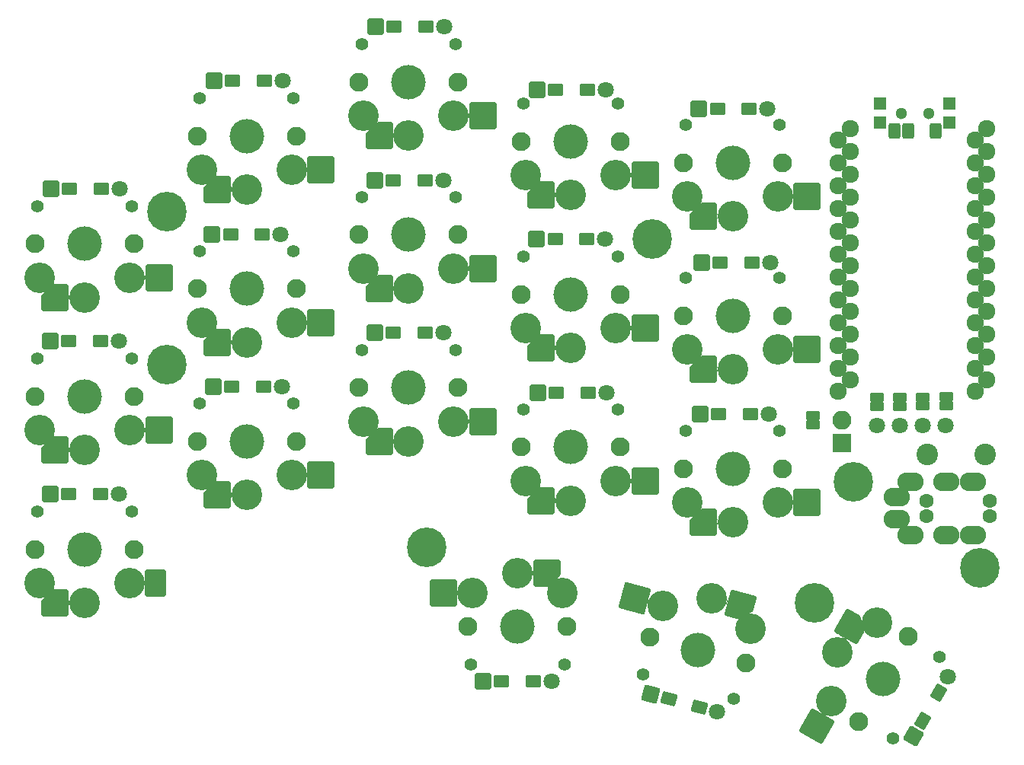
<source format=gts>
G04 #@! TF.GenerationSoftware,KiCad,Pcbnew,(6.0.0)*
G04 #@! TF.CreationDate,2022-01-23T19:36:19+05:00*
G04 #@! TF.ProjectId,chocofi,63686f63-6f66-4692-9e6b-696361645f70,2.1*
G04 #@! TF.SameCoordinates,Original*
G04 #@! TF.FileFunction,Soldermask,Top*
G04 #@! TF.FilePolarity,Negative*
%FSLAX46Y46*%
G04 Gerber Fmt 4.6, Leading zero omitted, Abs format (unit mm)*
G04 Created by KiCad (PCBNEW (6.0.0)) date 2022-01-23 19:36:19*
%MOMM*%
%LPD*%
G01*
G04 APERTURE LIST*
G04 Aperture macros list*
%AMRoundRect*
0 Rectangle with rounded corners*
0 $1 Rounding radius*
0 $2 $3 $4 $5 $6 $7 $8 $9 X,Y pos of 4 corners*
0 Add a 4 corners polygon primitive as box body*
4,1,4,$2,$3,$4,$5,$6,$7,$8,$9,$2,$3,0*
0 Add four circle primitives for the rounded corners*
1,1,$1+$1,$2,$3*
1,1,$1+$1,$4,$5*
1,1,$1+$1,$6,$7*
1,1,$1+$1,$8,$9*
0 Add four rect primitives between the rounded corners*
20,1,$1+$1,$2,$3,$4,$5,0*
20,1,$1+$1,$4,$5,$6,$7,0*
20,1,$1+$1,$6,$7,$8,$9,0*
20,1,$1+$1,$8,$9,$2,$3,0*%
%AMFreePoly0*
4,1,22,1.386777,1.480194,1.456366,1.424698,1.494986,1.344504,1.500000,1.300000,1.500000,-1.300000,1.480194,-1.386777,1.424698,-1.456366,1.344504,-1.494986,1.300000,-1.500000,-1.300000,-1.500000,-1.386777,-1.480194,-1.456366,-1.424698,-1.494986,-1.344504,-1.500000,-1.300000,-1.500000,0.130000,-1.480194,0.216777,-1.441421,0.271421,-0.271421,1.441421,-0.196056,1.488777,-0.130000,1.500000,
1.300000,1.500000,1.386777,1.480194,1.386777,1.480194,$1*%
G04 Aperture macros list end*
%ADD10O,2.100000X2.100000*%
%ADD11RoundRect,0.200000X0.850000X0.850000X-0.850000X0.850000X-0.850000X-0.850000X0.850000X-0.850000X0*%
%ADD12RoundRect,0.200000X-0.571500X0.317500X-0.571500X-0.317500X0.571500X-0.317500X0.571500X0.317500X0*%
%ADD13C,1.300000*%
%ADD14RoundRect,0.200000X0.450000X0.650000X-0.450000X0.650000X-0.450000X-0.650000X0.450000X-0.650000X0*%
%ADD15RoundRect,0.200000X0.500000X0.500000X-0.500000X0.500000X-0.500000X-0.500000X0.500000X-0.500000X0*%
%ADD16RoundRect,0.200000X-0.698500X-0.698500X0.698500X-0.698500X0.698500X0.698500X-0.698500X0.698500X0*%
%ADD17RoundRect,0.200000X-0.650000X-0.475000X0.650000X-0.475000X0.650000X0.475000X-0.650000X0.475000X0*%
%ADD18C,1.797000*%
%ADD19RoundRect,0.200000X-0.750791X-0.290582X0.504913X-0.627047X0.750791X0.290582X-0.504913X0.627047X0*%
%ADD20RoundRect,0.200000X-0.855484X-0.493914X0.493914X-0.855484X0.855484X0.493914X-0.493914X0.855484X0*%
%ADD21RoundRect,0.200000X0.255669X-0.954169X0.954169X0.255669X-0.255669X0.954169X-0.954169X-0.255669X0*%
%ADD22RoundRect,0.200000X0.086362X-0.800417X0.736362X0.325417X-0.086362X0.800417X-0.736362X-0.325417X0*%
%ADD23C,1.600000*%
%ADD24O,2.900000X2.100000*%
%ADD25C,2.101800*%
%ADD26C,3.829000*%
%ADD27C,3.400000*%
%ADD28C,1.390600*%
%ADD29FreePoly0,0.000000*%
%ADD30RoundRect,0.200000X-1.300000X-1.300000X1.300000X-1.300000X1.300000X1.300000X-1.300000X1.300000X0*%
%ADD31RoundRect,0.200000X-0.950000X-1.300000X0.950000X-1.300000X0.950000X1.300000X-0.950000X1.300000X0*%
%ADD32FreePoly0,180.000000*%
%ADD33RoundRect,0.200000X1.300000X1.300000X-1.300000X1.300000X-1.300000X-1.300000X1.300000X-1.300000X0*%
%ADD34FreePoly0,165.000000*%
%ADD35RoundRect,0.200000X1.592168X0.919239X-0.919239X1.592168X-1.592168X-0.919239X0.919239X-1.592168X0*%
%ADD36FreePoly0,240.000000*%
%ADD37RoundRect,0.200000X-0.475833X1.775833X-1.775833X-0.475833X0.475833X-1.775833X1.775833X0.475833X0*%
%ADD38C,1.924000*%
%ADD39C,2.400000*%
%ADD40C,4.400000*%
G04 APERTURE END LIST*
D10*
X170053000Y-90043000D03*
D11*
X170053000Y-92583000D03*
D12*
X166878000Y-89542620D03*
X166878000Y-90543380D03*
D13*
X176681000Y-55880000D03*
X179681000Y-55880000D03*
D14*
X180431000Y-57880000D03*
X177431000Y-57880000D03*
X175931000Y-57880000D03*
D15*
X182031000Y-54830000D03*
X182031000Y-56930000D03*
X174331000Y-54830000D03*
X174331000Y-56930000D03*
D16*
X82194400Y-64312800D03*
D17*
X84229400Y-64312800D03*
D18*
X89814400Y-64312800D03*
D17*
X87779400Y-64312800D03*
D16*
X100279200Y-52273200D03*
D17*
X102314200Y-52273200D03*
X105864200Y-52273200D03*
D18*
X107899200Y-52273200D03*
D16*
X118262400Y-46228000D03*
D17*
X120297400Y-46228000D03*
D18*
X125882400Y-46228000D03*
D17*
X123847400Y-46228000D03*
X138229800Y-53289200D03*
D16*
X136194800Y-53289200D03*
D18*
X143814800Y-53289200D03*
D17*
X141779800Y-53289200D03*
X156213000Y-55422800D03*
D16*
X154178000Y-55422800D03*
D17*
X159763000Y-55422800D03*
D18*
X161798000Y-55422800D03*
D16*
X82092800Y-81229200D03*
D17*
X84127800Y-81229200D03*
D18*
X89712800Y-81229200D03*
D17*
X87677800Y-81229200D03*
D16*
X100076000Y-69342000D03*
D17*
X102111000Y-69342000D03*
D18*
X107696000Y-69342000D03*
D17*
X105661000Y-69342000D03*
D16*
X118160800Y-63347600D03*
D17*
X120195800Y-63347600D03*
X123745800Y-63347600D03*
D18*
X125780800Y-63347600D03*
D16*
X136144000Y-69900800D03*
D17*
X138179000Y-69900800D03*
D18*
X143764000Y-69900800D03*
D17*
X141729000Y-69900800D03*
D16*
X154482800Y-72491600D03*
D17*
X156517800Y-72491600D03*
D18*
X162102800Y-72491600D03*
D17*
X160067800Y-72491600D03*
D16*
X82092800Y-98247200D03*
D17*
X84127800Y-98247200D03*
D18*
X89712800Y-98247200D03*
D17*
X87677800Y-98247200D03*
D16*
X100177600Y-86309200D03*
D17*
X102212600Y-86309200D03*
X105762600Y-86309200D03*
D18*
X107797600Y-86309200D03*
D17*
X120195800Y-80314800D03*
D16*
X118160800Y-80314800D03*
D17*
X123745800Y-80314800D03*
D18*
X125780800Y-80314800D03*
D16*
X136245600Y-86969600D03*
D17*
X138280600Y-86969600D03*
X141830600Y-86969600D03*
D18*
X143865600Y-86969600D03*
D17*
X156314600Y-89357200D03*
D16*
X154279600Y-89357200D03*
D18*
X161899600Y-89357200D03*
D17*
X159864600Y-89357200D03*
D16*
X130149600Y-119075200D03*
D17*
X132184600Y-119075200D03*
X135734600Y-119075200D03*
D18*
X137769600Y-119075200D03*
D19*
X150799764Y-121001192D03*
D20*
X148834105Y-120474495D03*
D18*
X156194459Y-122446697D03*
D19*
X154228800Y-121920000D03*
D21*
X178053166Y-125194992D03*
D22*
X179070666Y-123432630D03*
X180845666Y-120358240D03*
D18*
X181863166Y-118595878D03*
D23*
X186460000Y-98961000D03*
X179460000Y-98961000D03*
X186460000Y-100711000D03*
X179460000Y-100711000D03*
D24*
X176160000Y-101061000D03*
X176160000Y-98611000D03*
X184660000Y-102811000D03*
X184660000Y-96861000D03*
X181660000Y-96861000D03*
X181660000Y-102811000D03*
X177660000Y-96861000D03*
X177660000Y-102811000D03*
D25*
X91410000Y-70400000D03*
D26*
X85910000Y-70400000D03*
D27*
X80910000Y-74150000D03*
D28*
X91130000Y-66200000D03*
D27*
X85910000Y-76350000D03*
D28*
X80690000Y-66200000D03*
D25*
X80410000Y-70400000D03*
D27*
X90910000Y-74150000D03*
D29*
X82635000Y-76350000D03*
D30*
X94185000Y-74150000D03*
D28*
X98690000Y-54200000D03*
D25*
X109410000Y-58400000D03*
D27*
X103910000Y-64350000D03*
D28*
X109130000Y-54200000D03*
D27*
X98910000Y-62150000D03*
D26*
X103910000Y-58400000D03*
D27*
X108910000Y-62150000D03*
D25*
X98410000Y-58400000D03*
D29*
X100635000Y-64350000D03*
D30*
X112185000Y-62150000D03*
D26*
X121910000Y-52400000D03*
D25*
X116410000Y-52400000D03*
D28*
X127130000Y-48200000D03*
D27*
X121910000Y-58350000D03*
X116910000Y-56150000D03*
D28*
X116690000Y-48200000D03*
D25*
X127410000Y-52400000D03*
D27*
X126910000Y-56150000D03*
D29*
X118635000Y-58350000D03*
D30*
X130185000Y-56150000D03*
D25*
X145410000Y-59020000D03*
D27*
X134910000Y-62770000D03*
X139910000Y-64970000D03*
D28*
X134690000Y-54820000D03*
D26*
X139910000Y-59020000D03*
D28*
X145130000Y-54820000D03*
D25*
X134410000Y-59020000D03*
D27*
X144910000Y-62770000D03*
D29*
X136635000Y-64970000D03*
D30*
X148185000Y-62770000D03*
D27*
X152910000Y-65150000D03*
X157910000Y-67350000D03*
D28*
X152690000Y-57200000D03*
D26*
X157910000Y-61400000D03*
D25*
X152410000Y-61400000D03*
X163410000Y-61400000D03*
D27*
X162910000Y-65150000D03*
D28*
X163130000Y-57200000D03*
D29*
X154635000Y-67350000D03*
D30*
X166185000Y-65150000D03*
D27*
X90910000Y-91150000D03*
D25*
X91410000Y-87400000D03*
X80410000Y-87400000D03*
D27*
X80910000Y-91150000D03*
D28*
X80690000Y-83200000D03*
D27*
X85910000Y-93350000D03*
D28*
X91130000Y-83200000D03*
D26*
X85910000Y-87400000D03*
D29*
X82635000Y-93350000D03*
D30*
X94185000Y-91150000D03*
D25*
X98410000Y-75400000D03*
D28*
X109130000Y-71200000D03*
D26*
X103910000Y-75400000D03*
D25*
X109410000Y-75400000D03*
D27*
X108910000Y-79150000D03*
X98910000Y-79150000D03*
X103910000Y-81350000D03*
D28*
X98690000Y-71200000D03*
D29*
X100635000Y-81350000D03*
D30*
X112185000Y-79150000D03*
D27*
X121910000Y-75350000D03*
D25*
X116410000Y-69400000D03*
D28*
X127130000Y-65200000D03*
D25*
X127410000Y-69400000D03*
D28*
X116690000Y-65200000D03*
D26*
X121910000Y-69400000D03*
D27*
X116910000Y-73150000D03*
X126910000Y-73150000D03*
D29*
X118635000Y-75350000D03*
D30*
X130185000Y-73150000D03*
D27*
X134910000Y-79770000D03*
D28*
X134690000Y-71820000D03*
D27*
X144910000Y-79770000D03*
X139910000Y-81970000D03*
D25*
X134410000Y-76020000D03*
D26*
X139910000Y-76020000D03*
D25*
X145410000Y-76020000D03*
D28*
X145130000Y-71820000D03*
D29*
X136635000Y-81970000D03*
D30*
X148185000Y-79770000D03*
D25*
X163410000Y-78400000D03*
D27*
X162910000Y-82150000D03*
D25*
X152410000Y-78400000D03*
D28*
X152690000Y-74200000D03*
X163130000Y-74200000D03*
D27*
X157910000Y-84350000D03*
D26*
X157910000Y-78400000D03*
D27*
X152910000Y-82150000D03*
D29*
X154635000Y-84350000D03*
D30*
X166185000Y-82150000D03*
D28*
X91130000Y-100200000D03*
X80690000Y-100200000D03*
D27*
X90910000Y-108150000D03*
D25*
X91410000Y-104400000D03*
X80410000Y-104400000D03*
D26*
X85910000Y-104400000D03*
D27*
X80910000Y-108150000D03*
X85910000Y-110350000D03*
D29*
X82635000Y-110350000D03*
D31*
X93810000Y-108150000D03*
D27*
X103910000Y-98350000D03*
X98910000Y-96150000D03*
D28*
X98690000Y-88200000D03*
D25*
X109410000Y-92400000D03*
D27*
X108910000Y-96150000D03*
D25*
X98410000Y-92400000D03*
D28*
X109130000Y-88200000D03*
D26*
X103910000Y-92400000D03*
D29*
X100635000Y-98350000D03*
D30*
X112185000Y-96150000D03*
D26*
X121910000Y-86400000D03*
D27*
X116910000Y-90150000D03*
D28*
X116690000Y-82200000D03*
D27*
X126910000Y-90150000D03*
D25*
X127410000Y-86400000D03*
D28*
X127130000Y-82200000D03*
D25*
X116410000Y-86400000D03*
D27*
X121910000Y-92350000D03*
D29*
X118635000Y-92350000D03*
D30*
X130185000Y-90150000D03*
D28*
X145130000Y-88825000D03*
X134690000Y-88825000D03*
D25*
X134410000Y-93025000D03*
D27*
X139910000Y-98975000D03*
D25*
X145410000Y-93025000D03*
D27*
X134910000Y-96775000D03*
D26*
X139910000Y-93025000D03*
D27*
X144910000Y-96775000D03*
D29*
X136635000Y-98975000D03*
D30*
X148185000Y-96775000D03*
D27*
X157910000Y-101350000D03*
D26*
X157910000Y-95400000D03*
D25*
X163410000Y-95400000D03*
D27*
X152910000Y-99150000D03*
D28*
X152690000Y-91200000D03*
D27*
X162910000Y-99150000D03*
D25*
X152410000Y-95400000D03*
D28*
X163130000Y-91200000D03*
D29*
X154635000Y-101350000D03*
D30*
X166185000Y-99150000D03*
D28*
X139230000Y-117190000D03*
D27*
X134010000Y-107040000D03*
D25*
X128510000Y-112990000D03*
D27*
X139010000Y-109240000D03*
D26*
X134010000Y-112990000D03*
D25*
X139510000Y-112990000D03*
D27*
X129010000Y-109240000D03*
D28*
X128790000Y-117190000D03*
D32*
X137285000Y-107040000D03*
D33*
X125735000Y-109240000D03*
D28*
X158015093Y-120987924D03*
D27*
X155599973Y-109832741D03*
X150200942Y-110663683D03*
D26*
X154060000Y-115580000D03*
D27*
X159860201Y-113251873D03*
D25*
X148747408Y-114156495D03*
D28*
X147930827Y-118285853D03*
D25*
X159372592Y-117003505D03*
D34*
X158763380Y-110680374D03*
D35*
X147037535Y-109816051D03*
D27*
X173912405Y-112584873D03*
X169507149Y-115815000D03*
D28*
X180907307Y-116369347D03*
D25*
X171910000Y-123553140D03*
X177410000Y-114026860D03*
D27*
X168912405Y-121245127D03*
D26*
X174660000Y-118790000D03*
D28*
X175687307Y-125410653D03*
D36*
X171144649Y-112978767D03*
D37*
X167274905Y-124081360D03*
D38*
X169620000Y-58870400D03*
X186166400Y-57600400D03*
X186166400Y-60140400D03*
X169620000Y-61410400D03*
X186166400Y-62680400D03*
X169620000Y-63950400D03*
X186166400Y-65220400D03*
X169620000Y-66490400D03*
X169620000Y-69030400D03*
X186166400Y-67760400D03*
X169620000Y-71570400D03*
X186166400Y-70300400D03*
X169620000Y-74110400D03*
X186166400Y-72840400D03*
X169620000Y-76650400D03*
X186166400Y-75380400D03*
X186166400Y-77920400D03*
X169620000Y-79190400D03*
X186166400Y-80460400D03*
X169620000Y-81730400D03*
X186166400Y-83000400D03*
X169620000Y-84270400D03*
X186166400Y-85540400D03*
X169620000Y-86810400D03*
X170946400Y-85540400D03*
X184860000Y-86810400D03*
X170946400Y-83000400D03*
X184860000Y-84270400D03*
X184860000Y-81730400D03*
X170946400Y-80460400D03*
X184860000Y-79190400D03*
X170946400Y-77920400D03*
X184860000Y-76650400D03*
X170946400Y-75380400D03*
X184860000Y-74110400D03*
X170946400Y-72840400D03*
X184860000Y-71570400D03*
X170946400Y-70300400D03*
X170946400Y-67760400D03*
X184860000Y-69030400D03*
X184860000Y-66490400D03*
X170946400Y-65220400D03*
X184860000Y-63950400D03*
X170946400Y-62680400D03*
X170946400Y-60140400D03*
X184860000Y-61410400D03*
X184860000Y-58870400D03*
X170946400Y-57600400D03*
D12*
X179070000Y-87448020D03*
X179070000Y-88448780D03*
D18*
X173930000Y-90608400D03*
X176470000Y-90608400D03*
X179010000Y-90608400D03*
X181550000Y-90608400D03*
D12*
X176470000Y-87468020D03*
X176470000Y-88468780D03*
X173930000Y-87498020D03*
X173930000Y-88498780D03*
X181640000Y-87438420D03*
X181640000Y-88439180D03*
D39*
X186003000Y-93853000D03*
X179503000Y-93853000D03*
D40*
X171323000Y-96901000D03*
X185420000Y-106426000D03*
X95000000Y-66802000D03*
X148971000Y-69850000D03*
X123952000Y-104140000D03*
X167005000Y-110363000D03*
X95000000Y-83820000D03*
G36*
X167783426Y-122640594D02*
G01*
X167820150Y-122645429D01*
X167849195Y-122623141D01*
X167853982Y-122586782D01*
X167835918Y-122560375D01*
X167835766Y-122558381D01*
X167837416Y-122557252D01*
X167838752Y-122557633D01*
X168012607Y-122685110D01*
X168235333Y-122802291D01*
X168300968Y-122825211D01*
X168302274Y-122826726D01*
X168301615Y-122828614D01*
X168300422Y-122829096D01*
X168263401Y-122831198D01*
X168239024Y-122858512D01*
X168241105Y-122895171D01*
X168260446Y-122916001D01*
X169147471Y-123428125D01*
X169147720Y-123428295D01*
X169147725Y-123428299D01*
X169148453Y-123430162D01*
X169147204Y-123431724D01*
X169145476Y-123431593D01*
X167370439Y-122406775D01*
X167369439Y-122405043D01*
X167370439Y-122403311D01*
X167372439Y-122403311D01*
X167783426Y-122640594D01*
G37*
G36*
X169274078Y-113628534D02*
G01*
X171068883Y-114664765D01*
X171069883Y-114666497D01*
X171068883Y-114668229D01*
X171066883Y-114668229D01*
X170643775Y-114423948D01*
X170607051Y-114419113D01*
X170578006Y-114441401D01*
X170573210Y-114477829D01*
X170586632Y-114500277D01*
X170586662Y-114502276D01*
X170584946Y-114503303D01*
X170583545Y-114502760D01*
X170575731Y-114495410D01*
X170368950Y-114351960D01*
X170143228Y-114240646D01*
X170111453Y-114230475D01*
X170110109Y-114228994D01*
X170110718Y-114227090D01*
X170111897Y-114226577D01*
X170148849Y-114223507D01*
X170172504Y-114195565D01*
X170169462Y-114158958D01*
X170150696Y-114139269D01*
X169272083Y-113632002D01*
X169271834Y-113631832D01*
X169271829Y-113631828D01*
X169271101Y-113629965D01*
X169272350Y-113628403D01*
X169274078Y-113628534D01*
G37*
G36*
X84136848Y-110061130D02*
G01*
X84151174Y-110095717D01*
X84184998Y-110109727D01*
X84218876Y-110095695D01*
X84232764Y-110066412D01*
X84234410Y-110065276D01*
X84236217Y-110066133D01*
X84236561Y-110067469D01*
X84212588Y-110305550D01*
X84224663Y-110556933D01*
X84235800Y-110612923D01*
X84235157Y-110614817D01*
X84233195Y-110615207D01*
X84232175Y-110614424D01*
X84211575Y-110583592D01*
X84175667Y-110576450D01*
X84145132Y-110596852D01*
X84136914Y-110623946D01*
X84135454Y-110625313D01*
X84133540Y-110624732D01*
X84133000Y-110623365D01*
X84133000Y-110061895D01*
X84134000Y-110060163D01*
X84136000Y-110060163D01*
X84136848Y-110061130D01*
G37*
G36*
X157392024Y-110006652D02*
G01*
X157392542Y-110008584D01*
X157247805Y-110548751D01*
X157246391Y-110550165D01*
X157244459Y-110549647D01*
X157243890Y-110548494D01*
X157239003Y-110511375D01*
X157209958Y-110489088D01*
X157173568Y-110493879D01*
X157153774Y-110515766D01*
X157151871Y-110516379D01*
X157150388Y-110515038D01*
X157150467Y-110513603D01*
X157195566Y-110413488D01*
X157263880Y-110171265D01*
X157283690Y-110015541D01*
X157284901Y-110013949D01*
X157286885Y-110014201D01*
X157287604Y-110015267D01*
X157297357Y-110051042D01*
X157329141Y-110069207D01*
X157364539Y-110059557D01*
X157381627Y-110033863D01*
X157388678Y-110007548D01*
X157390092Y-110006134D01*
X157392024Y-110006652D01*
G37*
G36*
X148556821Y-109945416D02*
G01*
X148557390Y-109946569D01*
X148562277Y-109983688D01*
X148591322Y-110005975D01*
X148627697Y-110001186D01*
X148648026Y-109978107D01*
X148649921Y-109977468D01*
X148651422Y-109978790D01*
X148651371Y-109980202D01*
X148590693Y-110124901D01*
X148528744Y-110368826D01*
X148517733Y-110478179D01*
X148516564Y-110479803D01*
X148514574Y-110479602D01*
X148513828Y-110478555D01*
X148503142Y-110443046D01*
X148470890Y-110425718D01*
X148435745Y-110436295D01*
X148419485Y-110461455D01*
X148417705Y-110462366D01*
X148416025Y-110461281D01*
X148415873Y-110459851D01*
X148553475Y-109946312D01*
X148554889Y-109944898D01*
X148556821Y-109945416D01*
G37*
G36*
X127236848Y-108951130D02*
G01*
X127251174Y-108985717D01*
X127284998Y-108999727D01*
X127318876Y-108985695D01*
X127332764Y-108956412D01*
X127334410Y-108955276D01*
X127336217Y-108956133D01*
X127336561Y-108957469D01*
X127312588Y-109195550D01*
X127324663Y-109446933D01*
X127335800Y-109502923D01*
X127335157Y-109504817D01*
X127333195Y-109505207D01*
X127332175Y-109504424D01*
X127311575Y-109473592D01*
X127275667Y-109466450D01*
X127245132Y-109486852D01*
X127236914Y-109513946D01*
X127235454Y-109515313D01*
X127233540Y-109514732D01*
X127233000Y-109513365D01*
X127233000Y-108951895D01*
X127234000Y-108950163D01*
X127236000Y-108950163D01*
X127236848Y-108951130D01*
G37*
G36*
X92661442Y-107753941D02*
G01*
X92662000Y-107755327D01*
X92662000Y-108551601D01*
X92661000Y-108553333D01*
X92659000Y-108553333D01*
X92658152Y-108552366D01*
X92643826Y-108517779D01*
X92610002Y-108503769D01*
X92576032Y-108517839D01*
X92563880Y-108538573D01*
X92562142Y-108539562D01*
X92560416Y-108538551D01*
X92560230Y-108537019D01*
X92573907Y-108488524D01*
X92605674Y-108238816D01*
X92607998Y-108150056D01*
X92589343Y-107899019D01*
X92559492Y-107767097D01*
X92560085Y-107765187D01*
X92562036Y-107764746D01*
X92563076Y-107765502D01*
X92584476Y-107795782D01*
X92620559Y-107801982D01*
X92650561Y-107780778D01*
X92658079Y-107754772D01*
X92659520Y-107753385D01*
X92661442Y-107753941D01*
G37*
G36*
X135786442Y-106754424D02*
G01*
X135787000Y-106755810D01*
X135787000Y-107309229D01*
X135786000Y-107310961D01*
X135784000Y-107310961D01*
X135783152Y-107309994D01*
X135768826Y-107275407D01*
X135735002Y-107261397D01*
X135701111Y-107275435D01*
X135687385Y-107303422D01*
X135685724Y-107304536D01*
X135683928Y-107303656D01*
X135683605Y-107302289D01*
X135705674Y-107128816D01*
X135707998Y-107040056D01*
X135689343Y-106789019D01*
X135684492Y-106767580D01*
X135685085Y-106765670D01*
X135687036Y-106765229D01*
X135688076Y-106765985D01*
X135709476Y-106796265D01*
X135745559Y-106802465D01*
X135775561Y-106781261D01*
X135783079Y-106755255D01*
X135784520Y-106753868D01*
X135786442Y-106754424D01*
G37*
G36*
X156136848Y-101061130D02*
G01*
X156151174Y-101095717D01*
X156184998Y-101109727D01*
X156218876Y-101095695D01*
X156232764Y-101066412D01*
X156234410Y-101065276D01*
X156236217Y-101066133D01*
X156236561Y-101067469D01*
X156212588Y-101305550D01*
X156224663Y-101556933D01*
X156235800Y-101612923D01*
X156235157Y-101614817D01*
X156233195Y-101615207D01*
X156232175Y-101614424D01*
X156211575Y-101583592D01*
X156175667Y-101576450D01*
X156145132Y-101596852D01*
X156136914Y-101623946D01*
X156135454Y-101625313D01*
X156133540Y-101624732D01*
X156133000Y-101623365D01*
X156133000Y-101061895D01*
X156134000Y-101060163D01*
X156136000Y-101060163D01*
X156136848Y-101061130D01*
G37*
G36*
X164686442Y-98864424D02*
G01*
X164687000Y-98865810D01*
X164687000Y-99419229D01*
X164686000Y-99420961D01*
X164684000Y-99420961D01*
X164683152Y-99419994D01*
X164668826Y-99385407D01*
X164635002Y-99371397D01*
X164601111Y-99385435D01*
X164587385Y-99413422D01*
X164585724Y-99414536D01*
X164583928Y-99413656D01*
X164583605Y-99412289D01*
X164605674Y-99238816D01*
X164607998Y-99150056D01*
X164589343Y-98899019D01*
X164584492Y-98877580D01*
X164585085Y-98875670D01*
X164587036Y-98875229D01*
X164588076Y-98875985D01*
X164609476Y-98906265D01*
X164645559Y-98912465D01*
X164675561Y-98891261D01*
X164683079Y-98865255D01*
X164684520Y-98863868D01*
X164686442Y-98864424D01*
G37*
G36*
X138136848Y-98686130D02*
G01*
X138151174Y-98720717D01*
X138184998Y-98734727D01*
X138218876Y-98720695D01*
X138232764Y-98691412D01*
X138234410Y-98690276D01*
X138236217Y-98691133D01*
X138236561Y-98692469D01*
X138212588Y-98930550D01*
X138224663Y-99181933D01*
X138235800Y-99237923D01*
X138235157Y-99239817D01*
X138233195Y-99240207D01*
X138232175Y-99239424D01*
X138211575Y-99208592D01*
X138175667Y-99201450D01*
X138145132Y-99221852D01*
X138136914Y-99248946D01*
X138135454Y-99250313D01*
X138133540Y-99249732D01*
X138133000Y-99248365D01*
X138133000Y-98686895D01*
X138134000Y-98685163D01*
X138136000Y-98685163D01*
X138136848Y-98686130D01*
G37*
G36*
X102136848Y-98061130D02*
G01*
X102151174Y-98095717D01*
X102184998Y-98109727D01*
X102218876Y-98095695D01*
X102232764Y-98066412D01*
X102234410Y-98065276D01*
X102236217Y-98066133D01*
X102236561Y-98067469D01*
X102212588Y-98305550D01*
X102224663Y-98556933D01*
X102235800Y-98612923D01*
X102235157Y-98614817D01*
X102233195Y-98615207D01*
X102232175Y-98614424D01*
X102211575Y-98583592D01*
X102175667Y-98576450D01*
X102145132Y-98596852D01*
X102136914Y-98623946D01*
X102135454Y-98625313D01*
X102133540Y-98624732D01*
X102133000Y-98623365D01*
X102133000Y-98061895D01*
X102134000Y-98060163D01*
X102136000Y-98060163D01*
X102136848Y-98061130D01*
G37*
G36*
X146686442Y-96489424D02*
G01*
X146687000Y-96490810D01*
X146687000Y-97044229D01*
X146686000Y-97045961D01*
X146684000Y-97045961D01*
X146683152Y-97044994D01*
X146668826Y-97010407D01*
X146635002Y-96996397D01*
X146601111Y-97010435D01*
X146587385Y-97038422D01*
X146585724Y-97039536D01*
X146583928Y-97038656D01*
X146583605Y-97037289D01*
X146605674Y-96863816D01*
X146607998Y-96775056D01*
X146589343Y-96524019D01*
X146584492Y-96502580D01*
X146585085Y-96500670D01*
X146587036Y-96500229D01*
X146588076Y-96500985D01*
X146609476Y-96531265D01*
X146645559Y-96537465D01*
X146675561Y-96516261D01*
X146683079Y-96490255D01*
X146684520Y-96488868D01*
X146686442Y-96489424D01*
G37*
G36*
X110686442Y-95864424D02*
G01*
X110687000Y-95865810D01*
X110687000Y-96419229D01*
X110686000Y-96420961D01*
X110684000Y-96420961D01*
X110683152Y-96419994D01*
X110668826Y-96385407D01*
X110635002Y-96371397D01*
X110601111Y-96385435D01*
X110587385Y-96413422D01*
X110585724Y-96414536D01*
X110583928Y-96413656D01*
X110583605Y-96412289D01*
X110605674Y-96238816D01*
X110607998Y-96150056D01*
X110589343Y-95899019D01*
X110584492Y-95877580D01*
X110585085Y-95875670D01*
X110587036Y-95875229D01*
X110588076Y-95875985D01*
X110609476Y-95906265D01*
X110645559Y-95912465D01*
X110675561Y-95891261D01*
X110683079Y-95865255D01*
X110684520Y-95863868D01*
X110686442Y-95864424D01*
G37*
G36*
X84136848Y-93061130D02*
G01*
X84151174Y-93095717D01*
X84184998Y-93109727D01*
X84218876Y-93095695D01*
X84232764Y-93066412D01*
X84234410Y-93065276D01*
X84236217Y-93066133D01*
X84236561Y-93067469D01*
X84212588Y-93305550D01*
X84224663Y-93556933D01*
X84235800Y-93612923D01*
X84235157Y-93614817D01*
X84233195Y-93615207D01*
X84232175Y-93614424D01*
X84211575Y-93583592D01*
X84175667Y-93576450D01*
X84145132Y-93596852D01*
X84136914Y-93623946D01*
X84135454Y-93625313D01*
X84133540Y-93624732D01*
X84133000Y-93623365D01*
X84133000Y-93061895D01*
X84134000Y-93060163D01*
X84136000Y-93060163D01*
X84136848Y-93061130D01*
G37*
G36*
X120136848Y-92061130D02*
G01*
X120151174Y-92095717D01*
X120184998Y-92109727D01*
X120218876Y-92095695D01*
X120232764Y-92066412D01*
X120234410Y-92065276D01*
X120236217Y-92066133D01*
X120236561Y-92067469D01*
X120212588Y-92305550D01*
X120224663Y-92556933D01*
X120235800Y-92612923D01*
X120235157Y-92614817D01*
X120233195Y-92615207D01*
X120232175Y-92614424D01*
X120211575Y-92583592D01*
X120175667Y-92576450D01*
X120145132Y-92596852D01*
X120136914Y-92623946D01*
X120135454Y-92625313D01*
X120133540Y-92624732D01*
X120133000Y-92623365D01*
X120133000Y-92061895D01*
X120134000Y-92060163D01*
X120136000Y-92060163D01*
X120136848Y-92061130D01*
G37*
G36*
X92686442Y-90864424D02*
G01*
X92687000Y-90865810D01*
X92687000Y-91419229D01*
X92686000Y-91420961D01*
X92684000Y-91420961D01*
X92683152Y-91419994D01*
X92668826Y-91385407D01*
X92635002Y-91371397D01*
X92601111Y-91385435D01*
X92587385Y-91413422D01*
X92585724Y-91414536D01*
X92583928Y-91413656D01*
X92583605Y-91412289D01*
X92605674Y-91238816D01*
X92607998Y-91150056D01*
X92589343Y-90899019D01*
X92584492Y-90877580D01*
X92585085Y-90875670D01*
X92587036Y-90875229D01*
X92588076Y-90875985D01*
X92609476Y-90906265D01*
X92645559Y-90912465D01*
X92675561Y-90891261D01*
X92683079Y-90865255D01*
X92684520Y-90863868D01*
X92686442Y-90864424D01*
G37*
G36*
X128686442Y-89864424D02*
G01*
X128687000Y-89865810D01*
X128687000Y-90419229D01*
X128686000Y-90420961D01*
X128684000Y-90420961D01*
X128683152Y-90419994D01*
X128668826Y-90385407D01*
X128635002Y-90371397D01*
X128601111Y-90385435D01*
X128587385Y-90413422D01*
X128585724Y-90414536D01*
X128583928Y-90413656D01*
X128583605Y-90412289D01*
X128605674Y-90238816D01*
X128607998Y-90150056D01*
X128589343Y-89899019D01*
X128584492Y-89877580D01*
X128585085Y-89875670D01*
X128587036Y-89875229D01*
X128588076Y-89875985D01*
X128609476Y-89906265D01*
X128645559Y-89912465D01*
X128675561Y-89891261D01*
X128683079Y-89865255D01*
X128684520Y-89863868D01*
X128686442Y-89864424D01*
G37*
G36*
X156136848Y-84061130D02*
G01*
X156151174Y-84095717D01*
X156184998Y-84109727D01*
X156218876Y-84095695D01*
X156232764Y-84066412D01*
X156234410Y-84065276D01*
X156236217Y-84066133D01*
X156236561Y-84067469D01*
X156212588Y-84305550D01*
X156224663Y-84556933D01*
X156235800Y-84612923D01*
X156235157Y-84614817D01*
X156233195Y-84615207D01*
X156232175Y-84614424D01*
X156211575Y-84583592D01*
X156175667Y-84576450D01*
X156145132Y-84596852D01*
X156136914Y-84623946D01*
X156135454Y-84625313D01*
X156133540Y-84624732D01*
X156133000Y-84623365D01*
X156133000Y-84061895D01*
X156134000Y-84060163D01*
X156136000Y-84060163D01*
X156136848Y-84061130D01*
G37*
G36*
X164686442Y-81864424D02*
G01*
X164687000Y-81865810D01*
X164687000Y-82419229D01*
X164686000Y-82420961D01*
X164684000Y-82420961D01*
X164683152Y-82419994D01*
X164668826Y-82385407D01*
X164635002Y-82371397D01*
X164601111Y-82385435D01*
X164587385Y-82413422D01*
X164585724Y-82414536D01*
X164583928Y-82413656D01*
X164583605Y-82412289D01*
X164605674Y-82238816D01*
X164607998Y-82150056D01*
X164589343Y-81899019D01*
X164584492Y-81877580D01*
X164585085Y-81875670D01*
X164587036Y-81875229D01*
X164588076Y-81875985D01*
X164609476Y-81906265D01*
X164645559Y-81912465D01*
X164675561Y-81891261D01*
X164683079Y-81865255D01*
X164684520Y-81863868D01*
X164686442Y-81864424D01*
G37*
G36*
X138136848Y-81681130D02*
G01*
X138151174Y-81715717D01*
X138184998Y-81729727D01*
X138218876Y-81715695D01*
X138232764Y-81686412D01*
X138234410Y-81685276D01*
X138236217Y-81686133D01*
X138236561Y-81687469D01*
X138212588Y-81925550D01*
X138224663Y-82176933D01*
X138235800Y-82232923D01*
X138235157Y-82234817D01*
X138233195Y-82235207D01*
X138232175Y-82234424D01*
X138211575Y-82203592D01*
X138175667Y-82196450D01*
X138145132Y-82216852D01*
X138136914Y-82243946D01*
X138135454Y-82245313D01*
X138133540Y-82244732D01*
X138133000Y-82243365D01*
X138133000Y-81681895D01*
X138134000Y-81680163D01*
X138136000Y-81680163D01*
X138136848Y-81681130D01*
G37*
G36*
X102136848Y-81061130D02*
G01*
X102151174Y-81095717D01*
X102184998Y-81109727D01*
X102218876Y-81095695D01*
X102232764Y-81066412D01*
X102234410Y-81065276D01*
X102236217Y-81066133D01*
X102236561Y-81067469D01*
X102212588Y-81305550D01*
X102224663Y-81556933D01*
X102235800Y-81612923D01*
X102235157Y-81614817D01*
X102233195Y-81615207D01*
X102232175Y-81614424D01*
X102211575Y-81583592D01*
X102175667Y-81576450D01*
X102145132Y-81596852D01*
X102136914Y-81623946D01*
X102135454Y-81625313D01*
X102133540Y-81624732D01*
X102133000Y-81623365D01*
X102133000Y-81061895D01*
X102134000Y-81060163D01*
X102136000Y-81060163D01*
X102136848Y-81061130D01*
G37*
G36*
X146686442Y-79484424D02*
G01*
X146687000Y-79485810D01*
X146687000Y-80039229D01*
X146686000Y-80040961D01*
X146684000Y-80040961D01*
X146683152Y-80039994D01*
X146668826Y-80005407D01*
X146635002Y-79991397D01*
X146601111Y-80005435D01*
X146587385Y-80033422D01*
X146585724Y-80034536D01*
X146583928Y-80033656D01*
X146583605Y-80032289D01*
X146605674Y-79858816D01*
X146607998Y-79770056D01*
X146589343Y-79519019D01*
X146584492Y-79497580D01*
X146585085Y-79495670D01*
X146587036Y-79495229D01*
X146588076Y-79495985D01*
X146609476Y-79526265D01*
X146645559Y-79532465D01*
X146675561Y-79511261D01*
X146683079Y-79485255D01*
X146684520Y-79483868D01*
X146686442Y-79484424D01*
G37*
G36*
X110686442Y-78864424D02*
G01*
X110687000Y-78865810D01*
X110687000Y-79419229D01*
X110686000Y-79420961D01*
X110684000Y-79420961D01*
X110683152Y-79419994D01*
X110668826Y-79385407D01*
X110635002Y-79371397D01*
X110601111Y-79385435D01*
X110587385Y-79413422D01*
X110585724Y-79414536D01*
X110583928Y-79413656D01*
X110583605Y-79412289D01*
X110605674Y-79238816D01*
X110607998Y-79150056D01*
X110589343Y-78899019D01*
X110584492Y-78877580D01*
X110585085Y-78875670D01*
X110587036Y-78875229D01*
X110588076Y-78875985D01*
X110609476Y-78906265D01*
X110645559Y-78912465D01*
X110675561Y-78891261D01*
X110683079Y-78865255D01*
X110684520Y-78863868D01*
X110686442Y-78864424D01*
G37*
G36*
X84136848Y-76061130D02*
G01*
X84151174Y-76095717D01*
X84184998Y-76109727D01*
X84218876Y-76095695D01*
X84232764Y-76066412D01*
X84234410Y-76065276D01*
X84236217Y-76066133D01*
X84236561Y-76067469D01*
X84212588Y-76305550D01*
X84224663Y-76556933D01*
X84235800Y-76612923D01*
X84235157Y-76614817D01*
X84233195Y-76615207D01*
X84232175Y-76614424D01*
X84211575Y-76583592D01*
X84175667Y-76576450D01*
X84145132Y-76596852D01*
X84136914Y-76623946D01*
X84135454Y-76625313D01*
X84133540Y-76624732D01*
X84133000Y-76623365D01*
X84133000Y-76061895D01*
X84134000Y-76060163D01*
X84136000Y-76060163D01*
X84136848Y-76061130D01*
G37*
G36*
X120136848Y-75061130D02*
G01*
X120151174Y-75095717D01*
X120184998Y-75109727D01*
X120218876Y-75095695D01*
X120232764Y-75066412D01*
X120234410Y-75065276D01*
X120236217Y-75066133D01*
X120236561Y-75067469D01*
X120212588Y-75305550D01*
X120224663Y-75556933D01*
X120235800Y-75612923D01*
X120235157Y-75614817D01*
X120233195Y-75615207D01*
X120232175Y-75614424D01*
X120211575Y-75583592D01*
X120175667Y-75576450D01*
X120145132Y-75596852D01*
X120136914Y-75623946D01*
X120135454Y-75625313D01*
X120133540Y-75624732D01*
X120133000Y-75623365D01*
X120133000Y-75061895D01*
X120134000Y-75060163D01*
X120136000Y-75060163D01*
X120136848Y-75061130D01*
G37*
G36*
X92686442Y-73864424D02*
G01*
X92687000Y-73865810D01*
X92687000Y-74419229D01*
X92686000Y-74420961D01*
X92684000Y-74420961D01*
X92683152Y-74419994D01*
X92668826Y-74385407D01*
X92635002Y-74371397D01*
X92601111Y-74385435D01*
X92587385Y-74413422D01*
X92585724Y-74414536D01*
X92583928Y-74413656D01*
X92583605Y-74412289D01*
X92605674Y-74238816D01*
X92607998Y-74150056D01*
X92589343Y-73899019D01*
X92584492Y-73877580D01*
X92585085Y-73875670D01*
X92587036Y-73875229D01*
X92588076Y-73875985D01*
X92609476Y-73906265D01*
X92645559Y-73912465D01*
X92675561Y-73891261D01*
X92683079Y-73865255D01*
X92684520Y-73863868D01*
X92686442Y-73864424D01*
G37*
G36*
X128686442Y-72864424D02*
G01*
X128687000Y-72865810D01*
X128687000Y-73419229D01*
X128686000Y-73420961D01*
X128684000Y-73420961D01*
X128683152Y-73419994D01*
X128668826Y-73385407D01*
X128635002Y-73371397D01*
X128601111Y-73385435D01*
X128587385Y-73413422D01*
X128585724Y-73414536D01*
X128583928Y-73413656D01*
X128583605Y-73412289D01*
X128605674Y-73238816D01*
X128607998Y-73150056D01*
X128589343Y-72899019D01*
X128584492Y-72877580D01*
X128585085Y-72875670D01*
X128587036Y-72875229D01*
X128588076Y-72875985D01*
X128609476Y-72906265D01*
X128645559Y-72912465D01*
X128675561Y-72891261D01*
X128683079Y-72865255D01*
X128684520Y-72863868D01*
X128686442Y-72864424D01*
G37*
G36*
X156136848Y-67061130D02*
G01*
X156151174Y-67095717D01*
X156184998Y-67109727D01*
X156218876Y-67095695D01*
X156232764Y-67066412D01*
X156234410Y-67065276D01*
X156236217Y-67066133D01*
X156236561Y-67067469D01*
X156212588Y-67305550D01*
X156224663Y-67556933D01*
X156235800Y-67612923D01*
X156235157Y-67614817D01*
X156233195Y-67615207D01*
X156232175Y-67614424D01*
X156211575Y-67583592D01*
X156175667Y-67576450D01*
X156145132Y-67596852D01*
X156136914Y-67623946D01*
X156135454Y-67625313D01*
X156133540Y-67624732D01*
X156133000Y-67623365D01*
X156133000Y-67061895D01*
X156134000Y-67060163D01*
X156136000Y-67060163D01*
X156136848Y-67061130D01*
G37*
G36*
X164686442Y-64864424D02*
G01*
X164687000Y-64865810D01*
X164687000Y-65419229D01*
X164686000Y-65420961D01*
X164684000Y-65420961D01*
X164683152Y-65419994D01*
X164668826Y-65385407D01*
X164635002Y-65371397D01*
X164601111Y-65385435D01*
X164587385Y-65413422D01*
X164585724Y-65414536D01*
X164583928Y-65413656D01*
X164583605Y-65412289D01*
X164605674Y-65238816D01*
X164607998Y-65150056D01*
X164589343Y-64899019D01*
X164584492Y-64877580D01*
X164585085Y-64875670D01*
X164587036Y-64875229D01*
X164588076Y-64875985D01*
X164609476Y-64906265D01*
X164645559Y-64912465D01*
X164675561Y-64891261D01*
X164683079Y-64865255D01*
X164684520Y-64863868D01*
X164686442Y-64864424D01*
G37*
G36*
X138136848Y-64681130D02*
G01*
X138151174Y-64715717D01*
X138184998Y-64729727D01*
X138218876Y-64715695D01*
X138232764Y-64686412D01*
X138234410Y-64685276D01*
X138236217Y-64686133D01*
X138236561Y-64687469D01*
X138212588Y-64925550D01*
X138224663Y-65176933D01*
X138235800Y-65232923D01*
X138235157Y-65234817D01*
X138233195Y-65235207D01*
X138232175Y-65234424D01*
X138211575Y-65203592D01*
X138175667Y-65196450D01*
X138145132Y-65216852D01*
X138136914Y-65243946D01*
X138135454Y-65245313D01*
X138133540Y-65244732D01*
X138133000Y-65243365D01*
X138133000Y-64681895D01*
X138134000Y-64680163D01*
X138136000Y-64680163D01*
X138136848Y-64681130D01*
G37*
G36*
X102136848Y-64061130D02*
G01*
X102151174Y-64095717D01*
X102184998Y-64109727D01*
X102218876Y-64095695D01*
X102232764Y-64066412D01*
X102234410Y-64065276D01*
X102236217Y-64066133D01*
X102236561Y-64067469D01*
X102212588Y-64305550D01*
X102224663Y-64556933D01*
X102235800Y-64612923D01*
X102235157Y-64614817D01*
X102233195Y-64615207D01*
X102232175Y-64614424D01*
X102211575Y-64583592D01*
X102175667Y-64576450D01*
X102145132Y-64596852D01*
X102136914Y-64623946D01*
X102135454Y-64625313D01*
X102133540Y-64624732D01*
X102133000Y-64623365D01*
X102133000Y-64061895D01*
X102134000Y-64060163D01*
X102136000Y-64060163D01*
X102136848Y-64061130D01*
G37*
G36*
X146686442Y-62484424D02*
G01*
X146687000Y-62485810D01*
X146687000Y-63039229D01*
X146686000Y-63040961D01*
X146684000Y-63040961D01*
X146683152Y-63039994D01*
X146668826Y-63005407D01*
X146635002Y-62991397D01*
X146601111Y-63005435D01*
X146587385Y-63033422D01*
X146585724Y-63034536D01*
X146583928Y-63033656D01*
X146583605Y-63032289D01*
X146605674Y-62858816D01*
X146607998Y-62770056D01*
X146589343Y-62519019D01*
X146584492Y-62497580D01*
X146585085Y-62495670D01*
X146587036Y-62495229D01*
X146588076Y-62495985D01*
X146609476Y-62526265D01*
X146645559Y-62532465D01*
X146675561Y-62511261D01*
X146683079Y-62485255D01*
X146684520Y-62483868D01*
X146686442Y-62484424D01*
G37*
G36*
X110686442Y-61864424D02*
G01*
X110687000Y-61865810D01*
X110687000Y-62419229D01*
X110686000Y-62420961D01*
X110684000Y-62420961D01*
X110683152Y-62419994D01*
X110668826Y-62385407D01*
X110635002Y-62371397D01*
X110601111Y-62385435D01*
X110587385Y-62413422D01*
X110585724Y-62414536D01*
X110583928Y-62413656D01*
X110583605Y-62412289D01*
X110605674Y-62238816D01*
X110607998Y-62150056D01*
X110589343Y-61899019D01*
X110584492Y-61877580D01*
X110585085Y-61875670D01*
X110587036Y-61875229D01*
X110588076Y-61875985D01*
X110609476Y-61906265D01*
X110645559Y-61912465D01*
X110675561Y-61891261D01*
X110683079Y-61865255D01*
X110684520Y-61863868D01*
X110686442Y-61864424D01*
G37*
G36*
X120136848Y-58061130D02*
G01*
X120151174Y-58095717D01*
X120184998Y-58109727D01*
X120218876Y-58095695D01*
X120232764Y-58066412D01*
X120234410Y-58065276D01*
X120236217Y-58066133D01*
X120236561Y-58067469D01*
X120212588Y-58305550D01*
X120224663Y-58556933D01*
X120235800Y-58612923D01*
X120235157Y-58614817D01*
X120233195Y-58615207D01*
X120232175Y-58614424D01*
X120211575Y-58583592D01*
X120175667Y-58576450D01*
X120145132Y-58596852D01*
X120136914Y-58623946D01*
X120135454Y-58625313D01*
X120133540Y-58624732D01*
X120133000Y-58623365D01*
X120133000Y-58061895D01*
X120134000Y-58060163D01*
X120136000Y-58060163D01*
X120136848Y-58061130D01*
G37*
G36*
X128686442Y-55864424D02*
G01*
X128687000Y-55865810D01*
X128687000Y-56419229D01*
X128686000Y-56420961D01*
X128684000Y-56420961D01*
X128683152Y-56419994D01*
X128668826Y-56385407D01*
X128635002Y-56371397D01*
X128601111Y-56385435D01*
X128587385Y-56413422D01*
X128585724Y-56414536D01*
X128583928Y-56413656D01*
X128583605Y-56412289D01*
X128605674Y-56238816D01*
X128607998Y-56150056D01*
X128589343Y-55899019D01*
X128584492Y-55877580D01*
X128585085Y-55875670D01*
X128587036Y-55875229D01*
X128588076Y-55875985D01*
X128609476Y-55906265D01*
X128645559Y-55912465D01*
X128675561Y-55891261D01*
X128683079Y-55865255D01*
X128684520Y-55863868D01*
X128686442Y-55864424D01*
G37*
M02*

</source>
